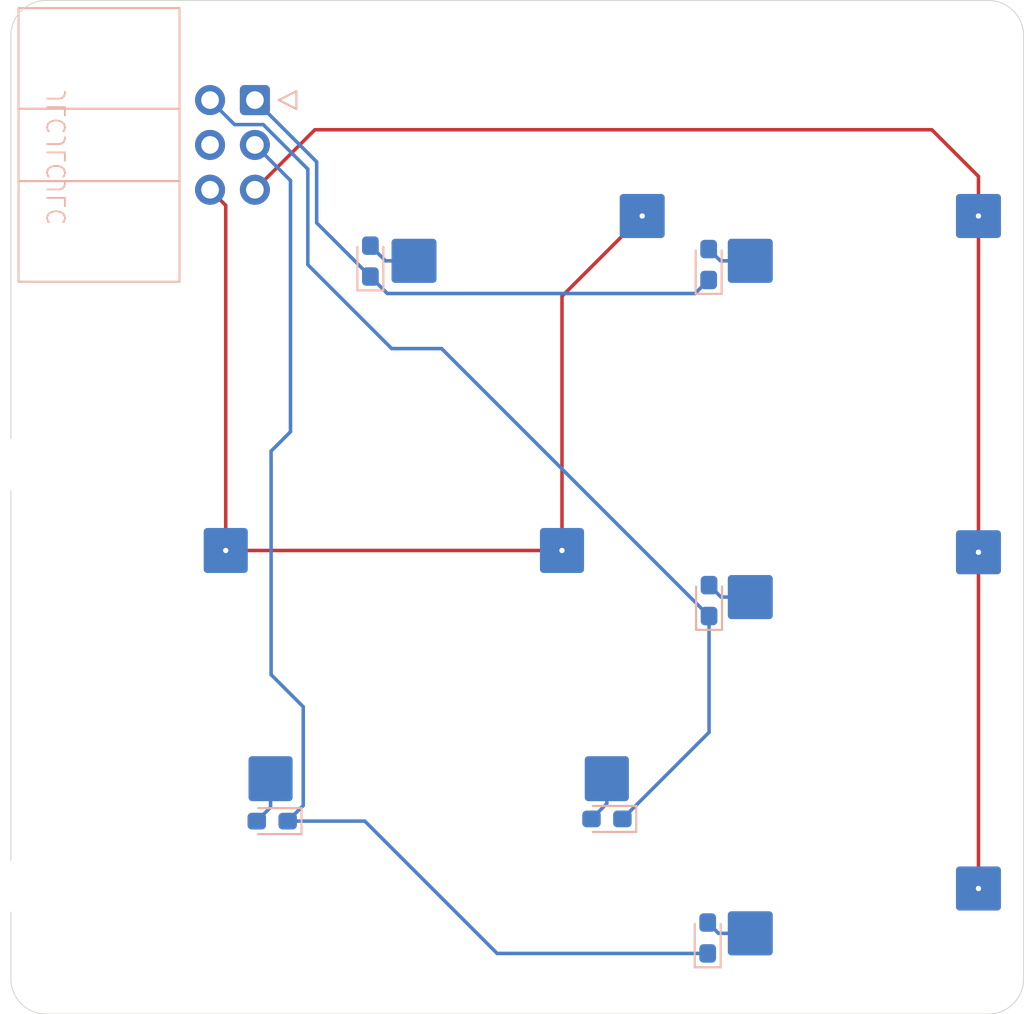
<source format=kicad_pcb>
(kicad_pcb (version 20241229) (generator "pcbnew") (generator_version "9.0")
  (layers (0 "F.Cu" signal) (4 "In1.Cu" signal) (6 "In2.Cu" signal) (2 "B.Cu" signal) (13 "F.Paste" user) (15 "B.Paste" user) (5 "F.SilkS" user "F.Silkscreen") (7 "B.SilkS" user "B.Silkscreen") (1 "F.Mask" user) (3 "B.Mask" user) (25 "Edge.Cuts" user))
  (net 0 "")
  (net 1 "Net-(D16-A)")
  (net 2 "Net-(D17-A)")
  (net 3 "Net-(D18-A)")
  (net 4 "Net-(D19-A)")
  (net 5 "Net-(D20-A)")
  (net 6 "Net-(D21-A)")
  (net 7 "LC_ROW0")
  (net 8 "LC_ROW1")
  (net 9 "LC_ROW2")
  (net 10 "LC_COL5")
  (net 11 "LC_COL6")
  (footprint "Diode_SMD:D_0603_1608Metric_Pad1.05x0.95mm_HandSolder" (layer "B.Cu") (at 181.946685 150.28606 90)
    (property "Reference" "D19" (hide yes))
    (property "Value" "D" (hide yes))
    (fp_line (start -1.66 -0.735) (end 0.8 -0.735) (stroke (width 0.12)) (layer "B.SilkS"))
    (fp_line (start 0.8 0.735) (end -1.66 0.735) (stroke (width 0.12)) (layer "B.SilkS"))
    (fp_line (start -1.66 0.735) (end -1.66 -0.735) (stroke (width 0.12)) (layer "B.SilkS"))
    (pad "1" smd roundrect (at -0.875 0 90) (size 1.05 0.95) (layers "B.Cu" "B.Mask" "B.Paste") (net 7 "LC_ROW0"))
    (pad "2" smd roundrect (at 0.875 0 90) (size 1.05 0.95) (layers "B.Cu" "B.Mask" "B.Paste") (net 4 "Net-(D19-A)"))
  )
  (footprint "Diode_SMD:D_0603_1608Metric_Pad1.05x0.95mm_HandSolder" (layer "B.Cu") (at 157.220732 181.818909 180)
    (property "Reference" "D18" (hide yes))
    (property "Value" "D" (hide yes))
    (fp_line (start 0.8 0.735) (end -1.66 0.735) (stroke (width 0.12)) (layer "B.SilkS"))
    (fp_line (start -1.66 0.735) (end -1.66 -0.735) (stroke (width 0.12)) (layer "B.SilkS"))
    (fp_line (start -1.66 -0.735) (end 0.8 -0.735) (stroke (width 0.12)) (layer "B.SilkS"))
    (pad "1" smd roundrect (at -0.875 0 180) (size 1.05 0.95) (layers "B.Cu" "B.Mask" "B.Paste") (net 9 "LC_ROW2"))
    (pad "2" smd roundrect (at 0.875 0 180) (size 1.05 0.95) (layers "B.Cu" "B.Mask" "B.Paste") (net 3 "Net-(D18-A)"))
  )
  (footprint "Connector_IDC:IDC-Header_2x03_P2.54mm_Horizontal" (layer "B.Cu") (at 156.239214 140.97 180)
    (property "Reference" "J8" (hide yes))
    (property "Value" "CLUSTER_CONN" (hide yes))
    (fp_line (start 13.39 5.21) (end 13.39 -10.29) (stroke (width 0.12)) (layer "B.SilkS"))
    (fp_line (start 13.39 -10.29) (end 4.27 -10.289999) (stroke (width 0.12)) (layer "B.SilkS"))
    (fp_line (start 4.27 -0.489999) (end 13.39 -0.49) (stroke (width 0.12)) (layer "B.SilkS"))
    (fp_line (start 4.27 -10.289999) (end 4.269999 5.21) (stroke (width 0.12)) (layer "B.SilkS"))
    (fp_line (start 4.269999 5.21) (end 13.39 5.21) (stroke (width 0.12)) (layer "B.SilkS"))
    (fp_line (start 4.269999 -4.59) (end 13.39 -4.59) (stroke (width 0.12)) (layer "B.SilkS"))
    (fp_line (start -1.35 0) (end -2.35 0.5) (stroke (width 0.12)) (layer "B.SilkS"))
    (fp_line (start -2.35 0.5) (end -2.35 -0.5) (stroke (width 0.12)) (layer "B.SilkS"))
    (fp_line (start -2.35 -0.5) (end -1.35 0) (stroke (width 0.12)) (layer "B.SilkS"))
    (pad "1" thru_hole roundrect (at 0 0 180) (size 1.7 1.7) (drill 1) (layers "*.Cu" "*.Mask") (roundrect_rratio 0.147059) (net 7 "LC_ROW0"))
    (pad "2" thru_hole circle (at 2.54 0 180) (size 1.7 1.7) (drill 1) (layers "*.Cu" "*.Mask") (net 8 "LC_ROW1"))
    (pad "3" thru_hole circle (at 0 -2.54 180) (size 1.7 1.7) (drill 1) (layers "*.Cu" "*.Mask") (net 9 "LC_ROW2"))
    (pad "4" thru_hole circle (at 2.54 -2.540001 180) (size 1.7 1.7) (drill 1) (layers "*.Cu" "*.Mask"))
    (pad "5" thru_hole circle (at 0 -5.08 180) (size 1.7 1.7) (drill 1) (layers "*.Cu" "*.Mask") (net 11 "LC_COL6"))
    (pad "6" thru_hole circle (at 2.54 -5.08 180) (size 1.7 1.7) (drill 1) (layers "*.Cu" "*.Mask") (net 10 "LC_COL5"))
  )
  (footprint "Diode_SMD:D_0603_1608Metric_Pad1.05x0.95mm_HandSolder" (layer "B.Cu") (at 181.969443 169.325479 90)
    (property "Reference" "D20" (hide yes))
    (property "Value" "D" (hide yes))
    (fp_line (start -1.66 -0.735) (end 0.8 -0.735) (stroke (width 0.12)) (layer "B.SilkS"))
    (fp_line (start 0.8 0.735) (end -1.66 0.735) (stroke (width 0.12)) (layer "B.SilkS"))
    (fp_line (start -1.66 0.735) (end -1.66 -0.735) (stroke (width 0.12)) (layer "B.SilkS"))
    (pad "1" smd roundrect (at -0.875 0 90) (size 1.05 0.95) (layers "B.Cu" "B.Mask" "B.Paste") (net 8 "LC_ROW1"))
    (pad "2" smd roundrect (at 0.875 0 90) (size 1.05 0.95) (layers "B.Cu" "B.Mask" "B.Paste") (net 5 "Net-(D20-A)"))
  )
  (footprint "MX_Hotswap:MX-Hotswap-2U" (layer "B.Cu") (at 171.097583 173.572012 90)
    (property "Reference" "SW18")
    (property "Value" "MX HotSwap")
    (pad "" np_thru_hole circle (at -11.938 -8.255 90) (size 3.9878 3.9878) (drill 3.9878) (layers "*.Cu" "*.Mask"))
    (pad "" np_thru_hole circle (at -11.938 6.984999 90) (size 3.048 3.048) (drill 3.048) (layers "*.Cu" "*.Mask"))
    (pad "" np_thru_hole circle (at -5.08 0 138.099) (size 1.7018 1.7018) (drill 1.7018) (layers "*.Cu" "*.Mask"))
    (pad "" np_thru_hole circle (at -2.54 5.08 90) (size 3 3) (drill 3) (layers "*.Cu" "*.Mask"))
    (pad "" np_thru_hole circle (at 0 0 90) (size 3.9878 3.9878) (drill 3.9878) (layers "*.Cu" "*.Mask"))
    (pad "" np_thru_hole circle (at 3.81 2.54 90) (size 3 3) (drill 3) (layers "*.Cu" "*.Mask"))
    (pad "" np_thru_hole circle (at 5.08 0 138.099) (size 1.7018 1.7018) (drill 1.7018) (layers "*.Cu" "*.Mask"))
    (pad "" np_thru_hole circle (at 11.938 -8.255 90) (size 3.9878 3.9878) (drill 3.9878) (layers "*.Cu" "*.Mask"))
    (pad "" np_thru_hole circle (at 11.938 6.985 90) (size 3.048 3.048) (drill 3.048) (layers "*.Cu" "*.Mask"))
    (pad "1" smd roundrect (at 7.085 2.54 90) (size 2.55 2.5) (layers "B.Cu" "B.Mask" "B.Paste") (roundrect_rratio 0.08) (net 10 "LC_COL5"))
    (pad "2" smd roundrect (at -5.842 5.08 90) (size 2.55 2.5) (layers "B.Cu" "B.Mask" "B.Paste") (roundrect_rratio 0.08) (net 2 "Net-(D17-A)"))
  )
  (footprint "MX_Hotswap:MX-Hotswap-1U" (layer "B.Cu") (at 190.147583 164.047012)
    (property "Reference" "SW21")
    (property "Value" "MX HotSwap")
    (pad "" np_thru_hole circle (at -5.08 0 48.099) (size 1.7018 1.7018) (drill 1.7018) (layers "*.Cu" "*.Mask"))
    (pad "" np_thru_hole circle (at -2.54 5.08) (size 3 3) (drill 3) (layers "*.Cu" "*.Mask"))
    (pad "" np_thru_hole circle (at 0 0) (size 3.9878 3.9878) (drill 3.9878) (layers "*.Cu" "*.Mask"))
    (pad "" np_thru_hole circle (at 3.81 2.54) (size 3 3) (drill 3) (layers "*.Cu" "*.Mask"))
    (pad "" np_thru_hole circle (at 5.08 0 48.099) (size 1.7018 1.7018) (drill 1.7018) (layers "*.Cu" "*.Mask"))
    (pad "1" smd roundrect (at 7.085 2.54) (size 2.55 2.5) (layers "B.Cu" "B.Mask" "B.Paste") (roundrect_rratio 0.08) (net 11 "LC_COL6"))
    (pad "2" smd roundrect (at -5.842 5.08) (size 2.55 2.5) (layers "B.Cu" "B.Mask" "B.Paste") (roundrect_rratio 0.08) (net 5 "Net-(D20-A)"))
  )
  (footprint "MX_Hotswap:MX-Hotswap-1U" (layer "B.Cu") (at 171.097582 144.997012)
    (property "Reference" "SW17")
    (property "Value" "MX HotSwap")
    (pad "" np_thru_hole circle (at -5.08 0 48.099) (size 1.7018 1.7018) (drill 1.7018) (layers "*.Cu" "*.Mask"))
    (pad "" np_thru_hole circle (at -2.54 5.08) (size 3 3) (drill 3) (layers "*.Cu" "*.Mask"))
    (pad "" np_thru_hole circle (at 0 0) (size 3.9878 3.9878) (drill 3.9878) (layers "*.Cu" "*.Mask"))
    (pad "" np_thru_hole circle (at 3.81 2.54) (size 3 3) (drill 3) (layers "*.Cu" "*.Mask"))
    (pad "" np_thru_hole circle (at 5.08 0 48.099) (size 1.7018 1.7018) (drill 1.7018) (layers "*.Cu" "*.Mask"))
    (pad "1" smd roundrect (at 7.085 2.54) (size 2.55 2.5) (layers "B.Cu" "B.Mask" "B.Paste") (roundrect_rratio 0.08) (net 10 "LC_COL5"))
    (pad "2" smd roundrect (at -5.842 5.08) (size 2.55 2.5) (layers "B.Cu" "B.Mask" "B.Paste") (roundrect_rratio 0.08) (net 1 "Net-(D16-A)"))
  )
  (footprint "Diode_SMD:D_0603_1608Metric_Pad1.05x0.95mm_HandSolder" (layer "B.Cu") (at 162.782265 150.092312 90)
    (property "Reference" "D16" (hide yes))
    (property "Value" "D" (hide yes))
    (fp_line (start -1.66 -0.735) (end 0.8 -0.735) (stroke (width 0.12)) (layer "B.SilkS"))
    (fp_line (start 0.8 0.735) (end -1.66 0.735) (stroke (width 0.12)) (layer "B.SilkS"))
    (fp_line (start -1.66 0.735) (end -1.66 -0.735) (stroke (width 0.12)) (layer "B.SilkS"))
    (pad "1" smd roundrect (at -0.875 0 90) (size 1.05 0.95) (layers "B.Cu" "B.Mask" "B.Paste") (net 7 "LC_ROW0"))
    (pad "2" smd roundrect (at 0.875 0 90) (size 1.05 0.95) (layers "B.Cu" "B.Mask" "B.Paste") (net 1 "Net-(D16-A)"))
  )
  (footprint "Diode_SMD:D_0603_1608Metric_Pad1.05x0.95mm_HandSolder" (layer "B.Cu") (at 176.184189 181.695669 180)
    (property "Reference" "D17" (hide yes))
    (property "Value" "D" (hide yes))
    (fp_line (start 0.8 0.735) (end -1.66 0.735) (stroke (width 0.12)) (layer "B.SilkS"))
    (fp_line (start -1.66 0.735) (end -1.66 -0.735) (stroke (width 0.12)) (layer "B.SilkS"))
    (fp_line (start -1.66 -0.735) (end 0.8 -0.735) (stroke (width 0.12)) (layer "B.SilkS"))
    (pad "1" smd roundrect (at -0.875 0 180) (size 1.05 0.95) (layers "B.Cu" "B.Mask" "B.Paste") (net 8 "LC_ROW1"))
    (pad "2" smd roundrect (at 0.875 0 180) (size 1.05 0.95) (layers "B.Cu" "B.Mask" "B.Paste") (net 2 "Net-(D17-A)"))
  )
  (footprint "MX_Hotswap:MX-Hotswap-2U" (layer "B.Cu") (at 152.047582 173.572012 90)
    (property "Reference" "SW19")
    (property "Value" "MX HotSwap")
    (pad "" np_thru_hole circle (at -11.938 -8.255 90) (size 3.9878 3.9878) (drill 3.9878) (layers "*.Cu" "*.Mask"))
    (pad "" np_thru_hole circle (at -11.938 6.984999 90) (size 3.048 3.048) (drill 3.048) (layers "*.Cu" "*.Mask"))
    (pad "" np_thru_hole circle (at -5.08 0 138.099) (size 1.7018 1.7018) (drill 1.7018) (layers "*.Cu" "*.Mask"))
    (pad "" np_thru_hole circle (at -2.54 5.08 90) (size 3 3) (drill 3) (layers "*.Cu" "*.Mask"))
    (pad "" np_thru_hole circle (at 0 0 90) (size 3.9878 3.9878) (drill 3.9878) (layers "*.Cu" "*.Mask"))
    (pad "" np_thru_hole circle (at 3.81 2.54 90) (size 3 3) (drill 3) (layers "*.Cu" "*.Mask"))
    (pad "" np_thru_hole circle (at 5.08 0 138.099) (size 1.7018 1.7018) (drill 1.7018) (layers "*.Cu" "*.Mask"))
    (pad "" np_thru_hole circle (at 11.938 -8.255 90) (size 3.9878 3.9878) (drill 3.9878) (layers "*.Cu" "*.Mask"))
    (pad "" np_thru_hole circle (at 11.938 6.985 90) (size 3.048 3.048) (drill 3.048) (layers "*.Cu" "*.Mask"))
    (pad "1" smd roundrect (at 7.085 2.54 90) (size 2.55 2.5) (layers "B.Cu" "B.Mask" "B.Paste") (roundrect_rratio 0.08) (net 10 "LC_COL5"))
    (pad "2" smd roundrect (at -5.842 5.08 90) (size 2.55 2.5) (layers "B.Cu" "B.Mask" "B.Paste") (roundrect_rratio 0.08) (net 3 "Net-(D18-A)"))
  )
  (footprint "MX_Hotswap:MX-Hotswap-1U" (layer "B.Cu") (at 190.147583 144.997012)
    (property "Reference" "SW20")
    (property "Value" "MX HotSwap")
    (pad "" np_thru_hole circle (at -5.08 0 48.099) (size 1.7018 1.7018) (drill 1.7018) (layers "*.Cu" "*.Mask"))
    (pad "" np_thru_hole circle (at -2.54 5.08) (size 3 3) (drill 3) (layers "*.Cu" "*.Mask"))
    (pad "" np_thru_hole circle (at 0 0) (size 3.9878 3.9878) (drill 3.9878) (layers "*.Cu" "*.Mask"))
    (pad "" np_thru_hole circle (at 3.81 2.54) (size 3 3) (drill 3) (layers "*.Cu" "*.Mask"))
    (pad "" np_thru_hole circle (at 5.08 0 48.099) (size 1.7018 1.7018) (drill 1.7018) (layers "*.Cu" "*.Mask"))
    (pad "1" smd roundrect (at 7.085 2.54) (size 2.55 2.5) (layers "B.Cu" "B.Mask" "B.Paste") (roundrect_rratio 0.08) (net 11 "LC_COL6"))
    (pad "2" smd roundrect (at -5.842 5.08) (size 2.55 2.5) (layers "B.Cu" "B.Mask" "B.Paste") (roundrect_rratio 0.08) (net 4 "Net-(D19-A)"))
  )
  (footprint "MX_Hotswap:MX-Hotswap-1U" (layer "B.Cu") (at 190.147583 183.097012)
    (property "Reference" "SW22")
    (property "Value" "MX HotSwap")
    (pad "" np_thru_hole circle (at -5.08 0 48.099) (size 1.7018 1.7018) (drill 1.7018) (layers "*.Cu" "*.Mask"))
    (pad "" np_thru_hole circle (at -2.54 5.08) (size 3 3) (drill 3) (layers "*.Cu" "*.Mask"))
    (pad "" np_thru_hole circle (at 0 0) (size 3.9878 3.9878) (drill 3.9878) (layers "*.Cu" "*.Mask"))
    (pad "" np_thru_hole circle (at 3.81 2.54) (size 3 3) (drill 3) (layers "*.Cu" "*.Mask"))
    (pad "" np_thru_hole circle (at 5.08 0 48.099) (size 1.7018 1.7018) (drill 1.7018) (layers "*.Cu" "*.Mask"))
    (pad "1" smd roundrect (at 7.085 2.54) (size 2.55 2.5) (layers "B.Cu" "B.Mask" "B.Paste") (roundrect_rratio 0.08) (net 11 "LC_COL6"))
    (pad "2" smd roundrect (at -5.842 5.08) (size 2.55 2.5) (layers "B.Cu" "B.Mask" "B.Paste") (roundrect_rratio 0.08) (net 6 "Net-(D21-A)"))
  )
  (footprint "Diode_SMD:D_0603_1608Metric_Pad1.05x0.95mm_HandSolder" (layer "B.Cu") (at 181.891721 188.44086 90)
    (property "Reference" "D21" (hide yes))
    (property "Value" "D" (hide yes))
    (fp_line (start -1.66 -0.735) (end 0.8 -0.735) (stroke (width 0.12)) (layer "B.SilkS"))
    (fp_line (start 0.8 0.735) (end -1.66 0.735) (stroke (width 0.12)) (layer "B.SilkS"))
    (fp_line (start -1.66 0.735) (end -1.66 -0.735) (stroke (width 0.12)) (layer "B.SilkS"))
    (pad "1" smd roundrect (at -0.875 0 90) (size 1.05 0.95) (layers "B.Cu" "B.Mask" "B.Paste") (net 9 "LC_ROW2"))
    (pad "2" smd roundrect (at 0.875 0 90) (size 1.05 0.95) (layers "B.Cu" "B.Mask" "B.Paste") (net 6 "Net-(D21-A)"))
  )
  (gr_line (start 144.414214 135.325) (end 197.789214 135.325) (stroke (width 0.05)) (layer "Edge.Cuts"))
  (gr_line (start 142.414214 190.75) (end 142.414214 137.325) (stroke (width 0.05)) (layer "Edge.Cuts"))
  (gr_arc (start 142.414214 137.325) (mid 143.000001 135.910791) (end 144.414214 135.325) (stroke (width 0.05)) (layer "Edge.Cuts"))
  (gr_arc (start 144.414214 192.75) (mid 142.999991 192.164219) (end 142.414214 190.75) (stroke (width 0.05)) (layer "Edge.Cuts"))
  (gr_arc (start 197.789214 135.325) (mid 199.203419 135.910791) (end 199.789214 137.325) (stroke (width 0.05)) (layer "Edge.Cuts"))
  (gr_line (start 197.789214 192.75) (end 144.414214 192.75) (stroke (width 0.05)) (layer "Edge.Cuts"))
  (gr_line (start 199.789214 137.325) (end 199.789214 190.75) (stroke (width 0.05)) (layer "Edge.Cuts"))
  (gr_arc (start 199.789214 190.75) (mid 199.203428 192.164219) (end 197.789214 192.75) (stroke (width 0.05)) (layer "Edge.Cuts"))
  (gr_text "JLCJLCJLC" (at 145.6 140.3 90) (layer "B.SilkS") (effects (font (size 1 1) (thickness 0.1)) (justify left bottom mirror)))
  (segment (start 165.255582 150.077012) (end 163.641965 150.077012) (width 0.2) (layer "B.Cu") (net 1))
  (segment (start 163.641965 150.077012) (end 162.782265 149.217312) (width 0.2) (layer "B.Cu") (net 1))
  (segment (start 176.177583 179.414012) (end 176.177583 180.827275) (width 0.2) (layer "B.Cu") (net 2))
  (segment (start 176.177583 180.827275) (end 175.309189 181.695669) (width 0.2) (layer "B.Cu") (net 2))
  (segment (start 157.127582 181.037059) (end 156.345732 181.818909) (width 0.2) (layer "B.Cu") (net 3))
  (segment (start 157.127582 179.414012) (end 157.127582 181.037059) (width 0.2) (layer "B.Cu") (net 3))
  (segment (start 184.305583 150.077012) (end 182.612637 150.077012) (width 0.2) (layer "B.Cu") (net 4))
  (segment (start 182.612637 150.077012) (end 181.946685 149.41106) (width 0.2) (layer "B.Cu") (net 4))
  (segment (start 182.645976 169.127012) (end 181.969443 168.450479) (width 0.2) (layer "B.Cu") (net 5))
  (segment (start 184.305583 169.127012) (end 182.645976 169.127012) (width 0.2) (layer "B.Cu") (net 5))
  (segment (start 184.305583 188.177012) (end 182.502873 188.177012) (width 0.2) (layer "B.Cu") (net 6))
  (segment (start 182.502873 188.177012) (end 181.891721 187.56586) (width 0.2) (layer "B.Cu") (net 6))
  (segment (start 181.179733 151.928012) (end 163.742965 151.928012) (width 0.2) (layer "B.Cu") (net 7))
  (segment (start 181.946685 151.16106) (end 181.179733 151.928012) (width 0.2) (layer "B.Cu") (net 7))
  (segment (start 163.742965 151.928012) (end 162.782265 150.967312) (width 0.2) (layer "B.Cu") (net 7))
  (segment (start 159.739214 144.47) (end 159.739214 147.924261) (width 0.2) (layer "B.Cu") (net 7))
  (segment (start 159.739214 147.924261) (end 162.782265 150.967312) (width 0.2) (layer "B.Cu") (net 7))
  (segment (start 156.239214 140.97) (end 159.739214 144.47) (width 0.2) (layer "B.Cu") (net 7))
  (segment (start 159.239214 150.3) (end 163.989214 155.05) (width 0.2) (layer "B.Cu") (net 8))
  (segment (start 181.969443 176.785415) (end 177.059189 181.695669) (width 0.2) (layer "B.Cu") (net 8))
  (segment (start 159.239214 144.88224) (end 159.239214 150.3) (width 0.2) (layer "B.Cu") (net 8))
  (segment (start 166.818964 155.05) (end 181.969443 170.200479) (width 0.2) (layer "B.Cu") (net 8))
  (segment (start 181.969443 170.200479) (end 181.969443 176.785415) (width 0.2) (layer "B.Cu") (net 8))
  (segment (start 156.715974 142.359) (end 159.239214 144.88224) (width 0.2) (layer "B.Cu") (net 8))
  (segment (start 153.699214 140.97) (end 155.088214 142.359) (width 0.2) (layer "B.Cu") (net 8))
  (segment (start 155.088214 142.359) (end 156.715974 142.359) (width 0.2) (layer "B.Cu") (net 8))
  (segment (start 163.989214 155.05) (end 166.818964 155.05) (width 0.2) (layer "B.Cu") (net 8))
  (segment (start 156.239214 143.51) (end 158.255932 145.526718) (width 0.2) (layer "B.Cu") (net 9))
  (segment (start 169.96462 189.31586) (end 162.467669 181.818909) (width 0.2) (layer "B.Cu") (net 9))
  (segment (start 181.891721 189.31586) (end 169.96462 189.31586) (width 0.2) (layer "B.Cu") (net 9))
  (segment (start 162.467669 181.818909) (end 158.095732 181.818909) (width 0.2) (layer "B.Cu") (net 9))
  (segment (start 158.978582 180.936059) (end 158.095732 181.818909) (width 0.2) (layer "B.Cu") (net 9))
  (segment (start 158.255932 145.526718) (end 158.255932 159.759012) (width 0.2) (layer "B.Cu") (net 9))
  (segment (start 157.157582 173.524303) (end 158.978582 175.345303) (width 0.2) (layer "B.Cu") (net 9))
  (segment (start 158.255932 159.759012) (end 157.157582 160.857362) (width 0.2) (layer "B.Cu") (net 9))
  (segment (start 158.978582 175.345303) (end 158.978582 180.936059) (width 0.2) (layer "B.Cu") (net 9))
  (segment (start 157.157582 160.857362) (end 157.157582 173.524303) (width 0.2) (layer "B.Cu") (net 9))
  (segment (start 178.182582 147.537012) (end 173.637583 152.082011) (width 0.2) (layer "F.Cu") (net 10))
  (segment (start 153.699214 146.05) (end 154.587582 146.938368) (width 0.2) (layer "F.Cu") (net 10))
  (segment (start 173.637583 152.082011) (end 173.637583 166.487012) (width 0.2) (layer "F.Cu") (net 10))
  (segment (start 154.587582 146.938368) (end 154.587582 166.487012) (width 0.2) (layer "F.Cu") (net 10))
  (segment (start 173.637583 166.487012) (end 154.587582 166.487012) (width 0.2) (layer "F.Cu") (net 10))
  (via (at 154.587582 166.487012) (size 0.6) (drill 0.3) (layers "F.Cu" "B.Cu") (net 10))
  (via (at 178.182582 147.537012) (size 0.6) (drill 0.3) (layers "F.Cu" "B.Cu") (net 10))
  (via (at 173.637583 166.487012) (size 0.6) (drill 0.3) (layers "F.Cu" "B.Cu") (net 10))
  (segment (start 156.239214 146.05) (end 159.637102 142.652112) (width 0.2) (layer "F.Cu") (net 11))
  (segment (start 197.232583 166.587012) (end 197.232583 185.637012) (width 0.2) (layer "F.Cu") (net 11))
  (segment (start 197.232583 147.537012) (end 197.232583 166.587012) (width 0.2) (layer "F.Cu") (net 11))
  (segment (start 197.232583 145.293369) (end 197.232583 147.537012) (width 0.2) (layer "F.Cu") (net 11))
  (segment (start 194.591326 142.652112) (end 197.232583 145.293369) (width 0.2) (layer "F.Cu") (net 11))
  (segment (start 159.637102 142.652112) (end 194.591326 142.652112) (width 0.2) (layer "F.Cu") (net 11))
  (via (at 197.232583 185.637012) (size 0.6) (drill 0.3) (layers "F.Cu" "B.Cu") (net 11))
  (via (at 197.232583 147.537012) (size 0.6) (drill 0.3) (layers "F.Cu" "B.Cu") (net 11))
  (via (at 197.232583 166.587012) (size 0.6) (drill 0.3) (layers "F.Cu" "B.Cu") (net 11))
)
</source>
